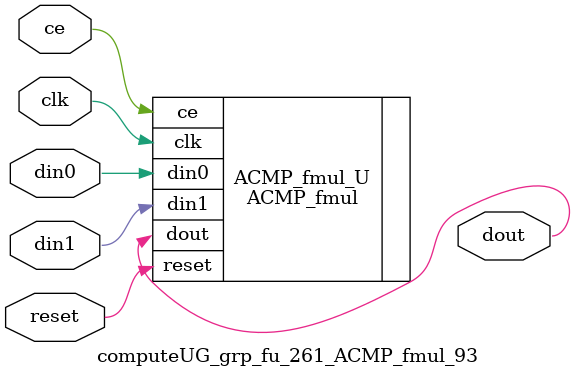
<source format=v>

`timescale 1 ns / 1 ps
module computeUG_grp_fu_261_ACMP_fmul_93(
    clk,
    reset,
    ce,
    din0,
    din1,
    dout);

parameter ID = 32'd1;
parameter NUM_STAGE = 32'd1;
parameter din0_WIDTH = 32'd1;
parameter din1_WIDTH = 32'd1;
parameter dout_WIDTH = 32'd1;
input clk;
input reset;
input ce;
input[din0_WIDTH - 1:0] din0;
input[din1_WIDTH - 1:0] din1;
output[dout_WIDTH - 1:0] dout;



ACMP_fmul #(
.ID( ID ),
.NUM_STAGE( 4 ),
.din0_WIDTH( din0_WIDTH ),
.din1_WIDTH( din1_WIDTH ),
.dout_WIDTH( dout_WIDTH ))
ACMP_fmul_U(
    .clk( clk ),
    .reset( reset ),
    .ce( ce ),
    .din0( din0 ),
    .din1( din1 ),
    .dout( dout ));

endmodule

</source>
